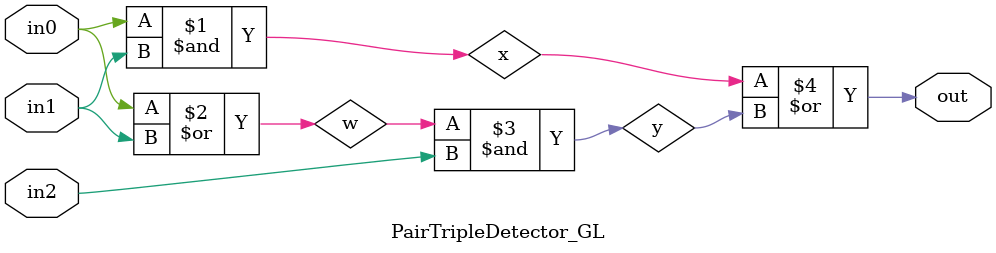
<source format=v>

`ifndef PAIR_TRIPLE_DETECTOR_GL_V
`define PAIR_TRIPLE_DETECTOR_GL_V

`include "ece2300-misc.v"

module PairTripleDetector_GL
(
  input  wire in0,
  input  wire in1,
  input  wire in2,
  output wire out
 );

  //''' ACTIVITY '''''''''''''''''''''''''''''''''''''''''''''''''''''''''
  // Implement pair/triple detector using explicit gate-level modeling
  //''''''''''''''''''''''''''''''''''''''''''''''''''''''''''''''''''''''

  wire w;
  wire y;
  wire x;

  and(x, in0, in1);
  or(w, in0, in1);
  and(y, w, in2);
  or(out, x, y);
  // `ECE2300_UNUSED( in0 );
  // `ECE2300_UNUSED( in1 );
  // `ECE2300_UNUSED( in2 );
  // `ECE2300_UNDRIVEN( out );

endmodule

`endif /* PAIR_TRIPLE_DETECTOR_GL_V */


</source>
